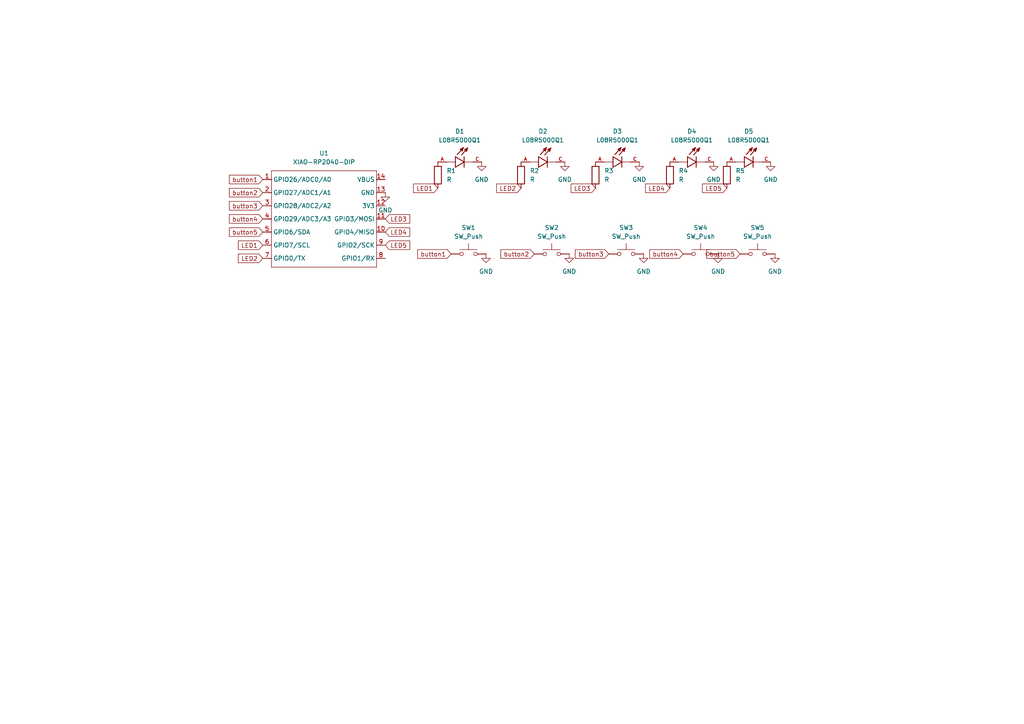
<source format=kicad_sch>
(kicad_sch (version 20250114) (generator "eeschema") (generator_version "9.0")
  (paper "A4")
  (lib_symbols
    (symbol "Device:R" (pin_numbers (hide yes)) (pin_names (offset 0))
      (property "Reference" "R" (at 2.032 0 90))
      (property "Value" "R" (at 0 0 90))
      (symbol "R_0_1"
        (rectangle (start -1.016 -2.54) (end 1.016 2.54) (stroke (width 0.254)))
      )
      (symbol "R_1_1"
        (pin passive line (at 0 3.81 270) (length 1.27) (name "~") (number "1"))
        (pin passive line (at 0 -3.81 90) (length 1.27) (name "~") (number "2"))
      )
    )
    (symbol "L08R5000Q1:L08R5000Q1" (pin_names (offset 1.016))
      (property "Reference" "D" (at -3.0988 4.4958 0))
      (property "Value" "L08R5000Q1" (at -3.556 -3.302 0))
      (symbol "L08R5000Q1_0_0"
        (polyline (pts (xy -2.54 1.524) (xy -2.54 0)) (stroke (width 0.254)))
        (polyline (pts (xy -2.54 0) (xy -5.08 0)) (stroke (width 0.1524)))
        (polyline (pts (xy -2.54 0) (xy -2.54 -1.524)) (stroke (width 0.254)))
        (polyline (pts (xy -2.54 -1.524) (xy 0 0)) (stroke (width 0.254)))
        (polyline (pts (xy -1.1176 3.683) (xy -0.2286 4.1656)) (stroke (width 0.254)))
        (polyline (pts (xy -0.9398 3.6068) (xy -0.7112 3.7592)) (stroke (width 0.254)))
        (polyline (pts (xy -0.5588 3.2004) (xy -1.1176 3.683)) (stroke (width 0.254)))
        (polyline (pts (xy -0.5588 3.2004) (xy -0.5334 3.937)) (stroke (width 0.254)))
        (polyline (pts (xy -0.5334 3.937) (xy -0.6604 3.937)) (stroke (width 0.254)))
        (polyline (pts (xy -0.2286 4.1656) (xy -2.0066 2.1336)) (stroke (width 0.254)))
        (polyline (pts (xy -0.2286 4.1656) (xy -0.5588 3.2004)) (stroke (width 0.254)))
        (polyline (pts (xy 0 1.524) (xy 0 0)) (stroke (width 0.254)))
        (polyline (pts (xy 0 0) (xy -2.54 1.524)) (stroke (width 0.254)))
        (polyline (pts (xy 0 0) (xy 0 -1.524)) (stroke (width 0.254)))
        (polyline (pts (xy 0.127 3.5814) (xy 1.016 4.064)) (stroke (width 0.254)))
        (polyline (pts (xy 0.3048 3.5052) (xy 0.5334 3.6576)) (stroke (width 0.254)))
        (polyline (pts (xy 0.6858 3.0988) (xy 0.127 3.5814)) (stroke (width 0.254)))
        (polyline (pts (xy 0.6858 3.0988) (xy 0.7112 3.8354)) (stroke (width 0.254)))
        (polyline (pts (xy 0.7112 3.8354) (xy 0.5842 3.8354)) (stroke (width 0.254)))
        (polyline (pts (xy 1.016 4.064) (xy -0.762 2.032)) (stroke (width 0.254)))
        (polyline (pts (xy 1.016 4.064) (xy 0.6858 3.0988)) (stroke (width 0.254)))
        (polyline (pts (xy 2.54 0) (xy 0 0)) (stroke (width 0.1524)))
        (pin passive line (at -7.62 0 0) (length 2.54) (name "~") (number "A"))
        (pin passive line (at 5.08 0 180) (length 2.54) (name "~") (number "C"))
      )
    )
    (symbol "Seeed_Studio_XIAO_Series:XIAO-RP2040-DIP"
      (property "Reference" "U" (at 0 0 0))
      (property "Value" "XIAO-RP2040-DIP" (at 5.334 -1.778 0))
      (symbol "XIAO-RP2040-DIP_1_0"
        (polyline (pts (xy -1.27 -2.54) (xy 29.21 -2.54)) (stroke (width 0.1524)))
        (polyline (pts (xy -1.27 -5.08) (xy -2.54 -5.08)) (stroke (width 0.1524)))
        (polyline (pts (xy -1.27 -5.08) (xy -1.27 -2.54)) (stroke (width 0.1524)))
        (polyline (pts (xy -1.27 -8.89) (xy -2.54 -8.89)) (stroke (width 0.1524)))
        (polyline (pts (xy -1.27 -8.89) (xy -1.27 -5.08)) (stroke (width 0.1524)))
        (polyline (pts (xy -1.27 -12.7) (xy -2.54 -12.7)) (stroke (width 0.1524)))
        (polyline (pts (xy -1.27 -12.7) (xy -1.27 -8.89)) (stroke (width 0.1524)))
        (polyline (pts (xy -1.27 -16.51) (xy -2.54 -16.51)) (stroke (width 0.1524)))
        (polyline (pts (xy -1.27 -16.51) (xy -1.27 -12.7)) (stroke (width 0.1524)))
        (polyline (pts (xy -1.27 -20.32) (xy -2.54 -20.32)) (stroke (width 0.1524)))
        (polyline (pts (xy -1.27 -24.13) (xy -2.54 -24.13)) (stroke (width 0.1524)))
        (polyline (pts (xy -1.27 -27.94) (xy -2.54 -27.94)) (stroke (width 0.1524)))
        (polyline (pts (xy -1.27 -30.48) (xy -1.27 -16.51)) (stroke (width 0.1524)))
        (polyline (pts (xy 29.21 -2.54) (xy 29.21 -5.08)) (stroke (width 0.1524)))
        (polyline (pts (xy 29.21 -5.08) (xy 29.21 -8.89)) (stroke (width 0.1524)))
        (polyline (pts (xy 29.21 -8.89) (xy 29.21 -12.7)) (stroke (width 0.1524)))
        (polyline (pts (xy 29.21 -12.7) (xy 29.21 -30.48)) (stroke (width 0.1524)))
        (polyline (pts (xy 29.21 -30.48) (xy -1.27 -30.48)) (stroke (width 0.1524)))
        (polyline (pts (xy 30.48 -5.08) (xy 29.21 -5.08)) (stroke (width 0.1524)))
        (polyline (pts (xy 30.48 -8.89) (xy 29.21 -8.89)) (stroke (width 0.1524)))
        (polyline (pts (xy 30.48 -12.7) (xy 29.21 -12.7)) (stroke (width 0.1524)))
        (polyline (pts (xy 30.48 -16.51) (xy 29.21 -16.51)) (stroke (width 0.1524)))
        (polyline (pts (xy 30.48 -20.32) (xy 29.21 -20.32)) (stroke (width 0.1524)))
        (polyline (pts (xy 30.48 -24.13) (xy 29.21 -24.13)) (stroke (width 0.1524)))
        (polyline (pts (xy 30.48 -27.94) (xy 29.21 -27.94)) (stroke (width 0.1524)))
        (pin passive line (at -3.81 -5.08 0) (length 2.54) (name "GPIO26/ADC0/A0") (number "1"))
        (pin passive line (at -3.81 -8.89 0) (length 2.54) (name "GPIO27/ADC1/A1") (number "2"))
        (pin passive line (at -3.81 -12.7 0) (length 2.54) (name "GPIO28/ADC2/A2") (number "3"))
        (pin passive line (at -3.81 -16.51 0) (length 2.54) (name "GPIO29/ADC3/A3") (number "4"))
        (pin passive line (at -3.81 -20.32 0) (length 2.54) (name "GPIO6/SDA") (number "5"))
        (pin passive line (at -3.81 -24.13 0) (length 2.54) (name "GPIO7/SCL") (number "6"))
        (pin passive line (at -3.81 -27.94 0) (length 2.54) (name "GPIO0/TX") (number "7"))
        (pin passive line (at 31.75 -5.08 180) (length 2.54) (name "VBUS") (number "14"))
        (pin passive line (at 31.75 -8.89 180) (length 2.54) (name "GND") (number "13"))
        (pin passive line (at 31.75 -12.7 180) (length 2.54) (name "3V3") (number "12"))
        (pin passive line (at 31.75 -16.51 180) (length 2.54) (name "GPIO3/MOSI") (number "11"))
        (pin passive line (at 31.75 -20.32 180) (length 2.54) (name "GPIO4/MISO") (number "10"))
        (pin passive line (at 31.75 -24.13 180) (length 2.54) (name "GPIO2/SCK") (number "9"))
        (pin passive line (at 31.75 -27.94 180) (length 2.54) (name "GPIO1/RX") (number "8"))
      )
    )
    (symbol "Switch:SW_Push" (pin_numbers (hide yes)) (pin_names (offset 1.016) (hide yes))
      (property "Reference" "SW" (at 1.27 2.54 0))
      (property "Value" "SW_Push" (at 0 -1.524 0))
      (symbol "SW_Push_0_1"
        (circle (center -2.032 0) (radius 0.508))
        (polyline (pts (xy 0 1.27) (xy 0 3.048)))
        (circle (center 2.032 0) (radius 0.508))
        (polyline (pts (xy 2.54 1.27) (xy -2.54 1.27)))
        (pin passive line (at -5.08 0 0) (length 2.54) (name "1") (number "1"))
        (pin passive line (at 5.08 0 180) (length 2.54) (name "2") (number "2"))
      )
    )
    (symbol "power:GND" (power) (pin_numbers (hide yes)) (pin_names (offset 0) (hide yes))
      (property "Value" "GND" (at 0 -3.81 0))
      (symbol "GND_0_1"
        (polyline (pts (xy 0 0) (xy 0 -1.27) (xy 1.27 -1.27) (xy 0 -2.54) (xy -1.27 -1.27) (xy 0 -1.27)))
      )
      (symbol "GND_1_1"
        (pin power_in line (at 0 0 270) (length 0) (name "~") (number "1"))
      )
    )
  )
  (global_label "button4" (shape input) (at 76.2 63.5 180) (property "Intersheetrefs" "${INTERSHEET_REFS}" (effects (hide yes))))
  (global_label "button3" (shape input) (at 76.2 59.69 180) (property "Intersheetrefs" "${INTERSHEET_REFS}" (effects (hide yes))))
  (global_label "button2" (shape input) (at 76.2 55.88 180) (property "Intersheetrefs" "${INTERSHEET_REFS}" (effects (hide yes))))
  (global_label "LED4" (shape input) (at 111.76 67.31 0) (property "Intersheetrefs" "${INTERSHEET_REFS}" (effects (hide yes))))
  (global_label "button2" (shape input) (at 154.94 73.66 180) (property "Intersheetrefs" "${INTERSHEET_REFS}" (effects (hide yes))))
  (global_label "button1" (shape input) (at 76.2 52.07 180) (property "Intersheetrefs" "${INTERSHEET_REFS}" (effects (hide yes))))
  (global_label "button1" (shape input) (at 130.81 73.66 180) (property "Intersheetrefs" "${INTERSHEET_REFS}" (effects (hide yes))))
  (global_label "button5" (shape input) (at 214.63 73.66 180) (property "Intersheetrefs" "${INTERSHEET_REFS}" (effects (hide yes))))
  (global_label "LED2" (shape input) (at 76.2 74.93 180) (property "Intersheetrefs" "${INTERSHEET_REFS}" (effects (hide yes))))
  (global_label "LED5" (shape input) (at 111.76 71.12 0) (property "Intersheetrefs" "${INTERSHEET_REFS}" (effects (hide yes))))
  (global_label "LED2" (shape input) (at 151.13 54.61 180) (property "Intersheetrefs" "${INTERSHEET_REFS}" (effects (hide yes))))
  (global_label "button5" (shape input) (at 76.2 67.31 180) (property "Intersheetrefs" "${INTERSHEET_REFS}" (effects (hide yes))))
  (global_label "LED4" (shape input) (at 194.31 54.61 180) (property "Intersheetrefs" "${INTERSHEET_REFS}" (effects (hide yes))))
  (global_label "LED5" (shape input) (at 210.82 54.61 180) (property "Intersheetrefs" "${INTERSHEET_REFS}" (effects (hide yes))))
  (global_label "button3" (shape input) (at 176.53 73.66 180) (property "Intersheetrefs" "${INTERSHEET_REFS}" (effects (hide yes))))
  (global_label "LED3" (shape input) (at 111.76 63.5 0) (property "Intersheetrefs" "${INTERSHEET_REFS}" (effects (hide yes))))
  (global_label "LED1" (shape input) (at 127 54.61 180) (property "Intersheetrefs" "${INTERSHEET_REFS}" (effects (hide yes))))
  (global_label "button4" (shape input) (at 198.12 73.66 180) (property "Intersheetrefs" "${INTERSHEET_REFS}" (effects (hide yes))))
  (global_label "LED1" (shape input) (at 76.2 71.12 180) (property "Intersheetrefs" "${INTERSHEET_REFS}" (effects (hide yes))))
  (global_label "LED3" (shape input) (at 172.72 54.61 180) (property "Intersheetrefs" "${INTERSHEET_REFS}" (effects (hide yes))))
  (symbol (lib_id "Switch:SW_Push") (at 219.71 73.66 0) (unit 1)
    (property "Reference" "SW5" (at 219.71 66.04 0))
    (property "Value" "SW_Push" (at 219.71 68.58 0))
    (property "Footprint" "Button_Switch_Keyboard:SW_Cherry_MX_1.00u_PCB" (effects (hide yes)))
    (property "Description" "Push button switch, generic, two pins" (effects (hide yes)))
  )
  (symbol (lib_id "power:GND") (at 140.97 73.66 0) (unit 1)
    (property "Reference" "#PWR07" (effects (hide yes)))
    (property "Value" "GND" (at 140.97 78.74 0))
    (property "Description" "Power symbol creates a global label with name \"GND\" , ground" (effects (hide yes)))
  )
  (symbol (lib_id "Switch:SW_Push") (at 181.61 73.66 0) (unit 1)
    (property "Reference" "SW3" (at 181.61 66.04 0))
    (property "Value" "SW_Push" (at 181.61 68.58 0))
    (property "Footprint" "Button_Switch_Keyboard:SW_Cherry_MX_1.00u_PCB" (effects (hide yes)))
    (property "Description" "Push button switch, generic, two pins" (effects (hide yes)))
  )
  (symbol (lib_id "Device:R") (at 127 50.8 0) (unit 1)
    (property "Reference" "R1" (at 129.54 49.5299 0) (effects (justify left)))
    (property "Value" "R" (at 129.54 52.0699 0) (effects (justify left)))
    (property "Footprint" "Resistor_THT:R_Axial_DIN0204_L3.6mm_D1.6mm_P5.08mm_Horizontal" (effects (hide yes)))
    (property "Description" "Resistor" (effects (hide yes)))
  )
  (symbol (lib_id "Seeed_Studio_XIAO_Series:XIAO-RP2040-DIP") (at 80.01 46.99 0) (unit 1)
    (property "Reference" "U1" (at 93.98 44.45 0))
    (property "Value" "XIAO-RP2040-DIP" (at 93.98 46.99 0))
    (property "Footprint" "footprints:XIAO-RP2040-DIP" (effects (hide yes)))
  )
  (symbol (lib_id "L08R5000Q1:L08R5000Q1") (at 201.93 46.99 0) (unit 1)
    (property "Reference" "D4" (at 200.66 38.1 0))
    (property "Value" "L08R5000Q1" (at 200.66 40.64 0))
    (property "Footprint" "footprints:LEDRD254W57D500H1070" (effects (hide yes)))
    (property "MF" "LED Technology" (effects (hide yes)))
    (property "MAXIMUM_PACKAGE_HEIGHT" "10.7mm" (effects (hide yes)))
    (property "Package" "None" (effects (hide yes)))
    (property "Price" "None" (effects (hide yes)))
    (property "Check_prices" "https://www.snapeda.com/parts/L08R5000Q1/LED+Technology/view-part/?ref=eda" (effects (hide yes)))
    (property "STANDARD" "IPC-7351B" (effects (hide yes)))
    (property "PARTREV" "NA" (effects (hide yes)))
    (property "SnapEDA_Link" "https://www.snapeda.com/parts/L08R5000Q1/LED+Technology/view-part/?ref=snap" (effects (hide yes)))
    (property "MP" "L08R5000Q1" (effects (hide yes)))
    (property "Description_1" "LED, 5MM, ORANGE; LED / Lamp Size: 5mm / T-1 3/4; LED Colour: Orange; Typ Luminous Intensity: 4.3mcd; Viewing Angle: ..." (effects (hide yes)))
    (property "Availability" "Not in stock" (effects (hide yes)))
    (property "MANUFACTURER" "LED TECHNOLOGY" (effects (hide yes)))
  )
  (symbol (lib_id "Device:R") (at 210.82 50.8 0) (unit 1)
    (property "Reference" "R5" (at 213.36 49.5299 0) (effects (justify left)))
    (property "Value" "R" (at 213.36 52.0699 0) (effects (justify left)))
    (property "Footprint" "Resistor_THT:R_Axial_DIN0204_L3.6mm_D1.6mm_P5.08mm_Horizontal" (effects (hide yes)))
    (property "Description" "Resistor" (effects (hide yes)))
  )
  (symbol (lib_id "power:GND") (at 185.42 46.99 0) (unit 1)
    (property "Reference" "#PWR04" (effects (hide yes)))
    (property "Value" "GND" (at 185.42 52.07 0))
    (property "Description" "Power symbol creates a global label with name \"GND\" , ground" (effects (hide yes)))
  )
  (symbol (lib_id "L08R5000Q1:L08R5000Q1") (at 158.75 46.99 0) (unit 1)
    (property "Reference" "D2" (at 157.48 38.1 0))
    (property "Value" "L08R5000Q1" (at 157.48 40.64 0))
    (property "Footprint" "footprints:LEDRD254W57D500H1070" (effects (hide yes)))
    (property "MF" "LED Technology" (effects (hide yes)))
    (property "MAXIMUM_PACKAGE_HEIGHT" "10.7mm" (effects (hide yes)))
    (property "Package" "None" (effects (hide yes)))
    (property "Price" "None" (effects (hide yes)))
    (property "Check_prices" "https://www.snapeda.com/parts/L08R5000Q1/LED+Technology/view-part/?ref=eda" (effects (hide yes)))
    (property "STANDARD" "IPC-7351B" (effects (hide yes)))
    (property "PARTREV" "NA" (effects (hide yes)))
    (property "SnapEDA_Link" "https://www.snapeda.com/parts/L08R5000Q1/LED+Technology/view-part/?ref=snap" (effects (hide yes)))
    (property "MP" "L08R5000Q1" (effects (hide yes)))
    (property "Description_1" "LED, 5MM, ORANGE; LED / Lamp Size: 5mm / T-1 3/4; LED Colour: Orange; Typ Luminous Intensity: 4.3mcd; Viewing Angle: ..." (effects (hide yes)))
    (property "Availability" "Not in stock" (effects (hide yes)))
    (property "MANUFACTURER" "LED TECHNOLOGY" (effects (hide yes)))
  )
  (symbol (lib_id "L08R5000Q1:L08R5000Q1") (at 218.44 46.99 0) (unit 1)
    (property "Reference" "D5" (at 217.17 38.1 0))
    (property "Value" "L08R5000Q1" (at 217.17 40.64 0))
    (property "Footprint" "footprints:LEDRD254W57D500H1070" (effects (hide yes)))
    (property "MF" "LED Technology" (effects (hide yes)))
    (property "MAXIMUM_PACKAGE_HEIGHT" "10.7mm" (effects (hide yes)))
    (property "Package" "None" (effects (hide yes)))
    (property "Price" "None" (effects (hide yes)))
    (property "Check_prices" "https://www.snapeda.com/parts/L08R5000Q1/LED+Technology/view-part/?ref=eda" (effects (hide yes)))
    (property "STANDARD" "IPC-7351B" (effects (hide yes)))
    (property "PARTREV" "NA" (effects (hide yes)))
    (property "SnapEDA_Link" "https://www.snapeda.com/parts/L08R5000Q1/LED+Technology/view-part/?ref=snap" (effects (hide yes)))
    (property "MP" "L08R5000Q1" (effects (hide yes)))
    (property "Description_1" "LED, 5MM, ORANGE; LED / Lamp Size: 5mm / T-1 3/4; LED Colour: Orange; Typ Luminous Intensity: 4.3mcd; Viewing Angle: ..." (effects (hide yes)))
    (property "Availability" "Not in stock" (effects (hide yes)))
    (property "MANUFACTURER" "LED TECHNOLOGY" (effects (hide yes)))
  )
  (symbol (lib_id "power:GND") (at 139.7 46.99 0) (unit 1)
    (property "Reference" "#PWR02" (effects (hide yes)))
    (property "Value" "GND" (at 139.7 52.07 0))
    (property "Description" "Power symbol creates a global label with name \"GND\" , ground" (effects (hide yes)))
  )
  (symbol (lib_id "Device:R") (at 194.31 50.8 0) (unit 1)
    (property "Reference" "R4" (at 196.85 49.5299 0) (effects (justify left)))
    (property "Value" "R" (at 196.85 52.0699 0) (effects (justify left)))
    (property "Footprint" "Resistor_THT:R_Axial_DIN0204_L3.6mm_D1.6mm_P5.08mm_Horizontal" (effects (hide yes)))
    (property "Description" "Resistor" (effects (hide yes)))
  )
  (symbol (lib_id "power:GND") (at 163.83 46.99 0) (unit 1)
    (property "Reference" "#PWR03" (effects (hide yes)))
    (property "Value" "GND" (at 163.83 52.07 0))
    (property "Description" "Power symbol creates a global label with name \"GND\" , ground" (effects (hide yes)))
  )
  (symbol (lib_id "power:GND") (at 186.69 73.66 0) (unit 1)
    (property "Reference" "#PWR09" (effects (hide yes)))
    (property "Value" "GND" (at 186.69 78.74 0))
    (property "Description" "Power symbol creates a global label with name \"GND\" , ground" (effects (hide yes)))
  )
  (symbol (lib_id "power:GND") (at 207.01 46.99 0) (unit 1)
    (property "Reference" "#PWR05" (effects (hide yes)))
    (property "Value" "GND" (at 207.01 52.07 0))
    (property "Description" "Power symbol creates a global label with name \"GND\" , ground" (effects (hide yes)))
  )
  (symbol (lib_id "Switch:SW_Push") (at 135.89 73.66 0) (unit 1)
    (property "Reference" "SW1" (at 135.89 66.04 0))
    (property "Value" "SW_Push" (at 135.89 68.58 0))
    (property "Footprint" "Button_Switch_Keyboard:SW_Cherry_MX_1.00u_PCB" (effects (hide yes)))
    (property "Description" "Push button switch, generic, two pins" (effects (hide yes)))
  )
  (symbol (lib_id "Device:R") (at 151.13 50.8 0) (unit 1)
    (property "Reference" "R2" (at 153.67 49.5299 0) (effects (justify left)))
    (property "Value" "R" (at 153.67 52.0699 0) (effects (justify left)))
    (property "Footprint" "Resistor_THT:R_Axial_DIN0204_L3.6mm_D1.6mm_P5.08mm_Horizontal" (effects (hide yes)))
    (property "Description" "Resistor" (effects (hide yes)))
  )
  (symbol (lib_id "Switch:SW_Push") (at 160.02 73.66 0) (unit 1)
    (property "Reference" "SW2" (at 160.02 66.04 0))
    (property "Value" "SW_Push" (at 160.02 68.58 0))
    (property "Footprint" "Button_Switch_Keyboard:SW_Cherry_MX_1.00u_PCB" (effects (hide yes)))
    (property "Description" "Push button switch, generic, two pins" (effects (hide yes)))
  )
  (symbol (lib_id "power:GND") (at 165.1 73.66 0) (unit 1)
    (property "Reference" "#PWR08" (effects (hide yes)))
    (property "Value" "GND" (at 165.1 78.74 0))
    (property "Description" "Power symbol creates a global label with name \"GND\" , ground" (effects (hide yes)))
  )
  (symbol (lib_id "L08R5000Q1:L08R5000Q1") (at 180.34 46.99 0) (unit 1)
    (property "Reference" "D3" (at 179.07 38.1 0))
    (property "Value" "L08R5000Q1" (at 179.07 40.64 0))
    (property "Footprint" "footprints:LEDRD254W57D500H1070" (effects (hide yes)))
    (property "MF" "LED Technology" (effects (hide yes)))
    (property "MAXIMUM_PACKAGE_HEIGHT" "10.7mm" (effects (hide yes)))
    (property "Package" "None" (effects (hide yes)))
    (property "Price" "None" (effects (hide yes)))
    (property "Check_prices" "https://www.snapeda.com/parts/L08R5000Q1/LED+Technology/view-part/?ref=eda" (effects (hide yes)))
    (property "STANDARD" "IPC-7351B" (effects (hide yes)))
    (property "PARTREV" "NA" (effects (hide yes)))
    (property "SnapEDA_Link" "https://www.snapeda.com/parts/L08R5000Q1/LED+Technology/view-part/?ref=snap" (effects (hide yes)))
    (property "MP" "L08R5000Q1" (effects (hide yes)))
    (property "Description_1" "LED, 5MM, ORANGE; LED / Lamp Size: 5mm / T-1 3/4; LED Colour: Orange; Typ Luminous Intensity: 4.3mcd; Viewing Angle: ..." (effects (hide yes)))
    (property "Availability" "Not in stock" (effects (hide yes)))
    (property "MANUFACTURER" "LED TECHNOLOGY" (effects (hide yes)))
  )
  (symbol (lib_id "Device:R") (at 172.72 50.8 0) (unit 1)
    (property "Reference" "R3" (at 175.26 49.5299 0) (effects (justify left)))
    (property "Value" "R" (at 175.26 52.0699 0) (effects (justify left)))
    (property "Footprint" "Resistor_THT:R_Axial_DIN0204_L3.6mm_D1.6mm_P5.08mm_Horizontal" (effects (hide yes)))
    (property "Description" "Resistor" (effects (hide yes)))
  )
  (symbol (lib_id "power:GND") (at 223.52 46.99 0) (unit 1)
    (property "Reference" "#PWR06" (effects (hide yes)))
    (property "Value" "GND" (at 223.52 52.07 0))
    (property "Description" "Power symbol creates a global label with name \"GND\" , ground" (effects (hide yes)))
  )
  (symbol (lib_id "power:GND") (at 224.79 73.66 0) (unit 1)
    (property "Reference" "#PWR011" (effects (hide yes)))
    (property "Value" "GND" (at 224.79 78.74 0))
    (property "Description" "Power symbol creates a global label with name \"GND\" , ground" (effects (hide yes)))
  )
  (symbol (lib_id "power:GND") (at 208.28 73.66 0) (unit 1)
    (property "Reference" "#PWR010" (effects (hide yes)))
    (property "Value" "GND" (at 208.28 78.74 0))
    (property "Description" "Power symbol creates a global label with name \"GND\" , ground" (effects (hide yes)))
  )
  (symbol (lib_id "power:GND") (at 111.76 55.88 0) (unit 1)
    (property "Reference" "#PWR01" (effects (hide yes)))
    (property "Value" "GND" (at 111.76 60.96 0))
    (property "Description" "Power symbol creates a global label with name \"GND\" , ground" (effects (hide yes)))
  )
  (symbol (lib_id "L08R5000Q1:L08R5000Q1") (at 134.62 46.99 0) (unit 1)
    (property "Reference" "D1" (at 133.35 38.1 0))
    (property "Value" "L08R5000Q1" (at 133.35 40.64 0))
    (property "Footprint" "footprints:LEDRD254W57D500H1070" (effects (hide yes)))
    (property "MF" "LED Technology" (effects (hide yes)))
    (property "MAXIMUM_PACKAGE_HEIGHT" "10.7mm" (effects (hide yes)))
    (property "Package" "None" (effects (hide yes)))
    (property "Price" "None" (effects (hide yes)))
    (property "Check_prices" "https://www.snapeda.com/parts/L08R5000Q1/LED+Technology/view-part/?ref=eda" (effects (hide yes)))
    (property "STANDARD" "IPC-7351B" (effects (hide yes)))
    (property "PARTREV" "NA" (effects (hide yes)))
    (property "SnapEDA_Link" "https://www.snapeda.com/parts/L08R5000Q1/LED+Technology/view-part/?ref=snap" (effects (hide yes)))
    (property "MP" "L08R5000Q1" (effects (hide yes)))
    (property "Description_1" "LED, 5MM, ORANGE; LED / Lamp Size: 5mm / T-1 3/4; LED Colour: Orange; Typ Luminous Intensity: 4.3mcd; Viewing Angle: ..." (effects (hide yes)))
    (property "Availability" "Not in stock" (effects (hide yes)))
    (property "MANUFACTURER" "LED TECHNOLOGY" (effects (hide yes)))
  )
  (symbol (lib_id "Switch:SW_Push") (at 203.2 73.66 0) (unit 1)
    (property "Reference" "SW4" (at 203.2 66.04 0))
    (property "Value" "SW_Push" (at 203.2 68.58 0))
    (property "Footprint" "Button_Switch_Keyboard:SW_Cherry_MX_1.00u_PCB" (effects (hide yes)))
    (property "Description" "Push button switch, generic, two pins" (effects (hide yes)))
  )
)
</source>
